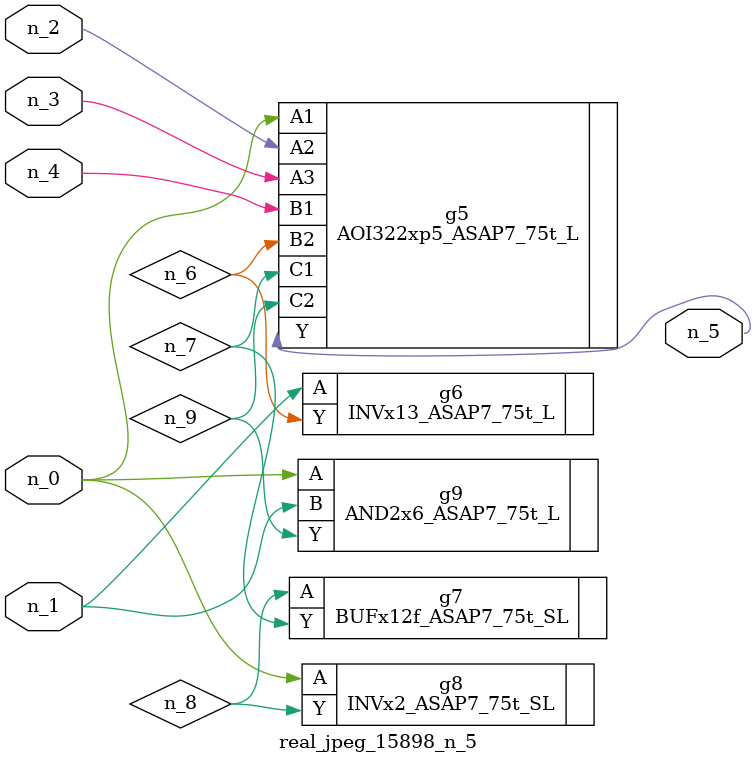
<source format=v>
module real_jpeg_15898_n_5 (n_4, n_0, n_1, n_2, n_3, n_5);

input n_4;
input n_0;
input n_1;
input n_2;
input n_3;

output n_5;

wire n_8;
wire n_6;
wire n_7;
wire n_9;

AOI322xp5_ASAP7_75t_L g5 ( 
.A1(n_0),
.A2(n_2),
.A3(n_3),
.B1(n_4),
.B2(n_6),
.C1(n_7),
.C2(n_9),
.Y(n_5)
);

INVx2_ASAP7_75t_SL g8 ( 
.A(n_0),
.Y(n_8)
);

AND2x6_ASAP7_75t_L g9 ( 
.A(n_0),
.B(n_1),
.Y(n_9)
);

INVx13_ASAP7_75t_L g6 ( 
.A(n_1),
.Y(n_6)
);

BUFx12f_ASAP7_75t_SL g7 ( 
.A(n_8),
.Y(n_7)
);


endmodule
</source>
